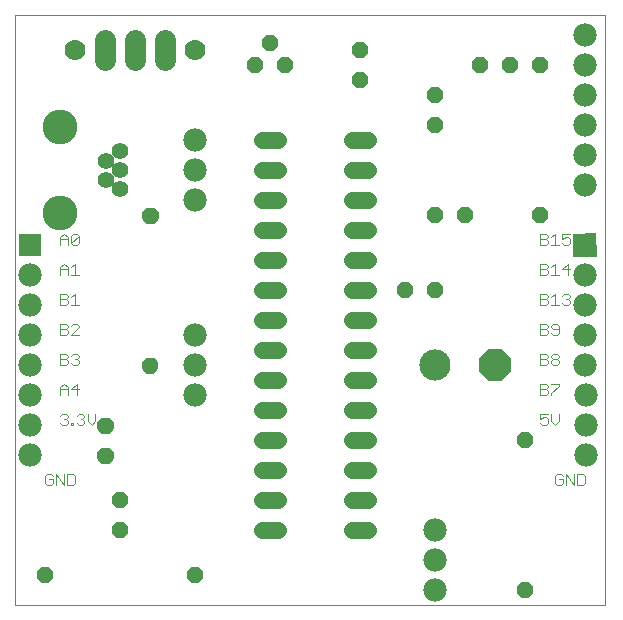
<source format=gbs>
G75*
%MOIN*%
%OFA0B0*%
%FSLAX25Y25*%
%IPPOS*%
%LPD*%
%AMOC8*
5,1,8,0,0,1.08239X$1,22.5*
%
%ADD10C,0.00000*%
%ADD11C,0.00300*%
%ADD12C,0.07800*%
%ADD13C,0.10400*%
%ADD14OC8,0.10400*%
%ADD15OC8,0.05600*%
%ADD16C,0.01120*%
%ADD17R,0.07800X0.07800*%
%ADD18R,0.07800X0.07800*%
%ADD19C,0.05600*%
%ADD20C,0.06896*%
%ADD21C,0.07000*%
%ADD22C,0.05550*%
%ADD23C,0.11620*%
D10*
X0001800Y0003300D02*
X0001800Y0200150D01*
X0198650Y0200150D01*
X0198650Y0003300D01*
X0001800Y0003300D01*
D11*
X0012567Y0043450D02*
X0011950Y0044067D01*
X0011950Y0046536D01*
X0012567Y0047153D01*
X0013802Y0047153D01*
X0014419Y0046536D01*
X0014419Y0045302D02*
X0013184Y0045302D01*
X0014419Y0045302D02*
X0014419Y0044067D01*
X0013802Y0043450D01*
X0012567Y0043450D01*
X0015633Y0043450D02*
X0015633Y0047153D01*
X0018102Y0043450D01*
X0018102Y0047153D01*
X0019316Y0047153D02*
X0021168Y0047153D01*
X0021785Y0046536D01*
X0021785Y0044067D01*
X0021168Y0043450D01*
X0019316Y0043450D01*
X0019316Y0047153D01*
X0018802Y0063450D02*
X0017567Y0063450D01*
X0016950Y0064067D01*
X0018184Y0065302D02*
X0018802Y0065302D01*
X0019419Y0064684D01*
X0019419Y0064067D01*
X0018802Y0063450D01*
X0020633Y0063450D02*
X0021250Y0063450D01*
X0021250Y0064067D01*
X0020633Y0064067D01*
X0020633Y0063450D01*
X0022475Y0064067D02*
X0023092Y0063450D01*
X0024326Y0063450D01*
X0024943Y0064067D01*
X0024943Y0064684D01*
X0024326Y0065302D01*
X0023709Y0065302D01*
X0024326Y0065302D02*
X0024943Y0065919D01*
X0024943Y0066536D01*
X0024326Y0067153D01*
X0023092Y0067153D01*
X0022475Y0066536D01*
X0019419Y0066536D02*
X0019419Y0065919D01*
X0018802Y0065302D01*
X0019419Y0066536D02*
X0018802Y0067153D01*
X0017567Y0067153D01*
X0016950Y0066536D01*
X0016950Y0073450D02*
X0016950Y0075919D01*
X0018184Y0077153D01*
X0019419Y0075919D01*
X0019419Y0073450D01*
X0019419Y0075302D02*
X0016950Y0075302D01*
X0020633Y0075302D02*
X0023102Y0075302D01*
X0022485Y0077153D02*
X0022485Y0073450D01*
X0020633Y0075302D02*
X0022485Y0077153D01*
X0022485Y0083450D02*
X0021250Y0083450D01*
X0020633Y0084067D01*
X0019419Y0084067D02*
X0019419Y0084684D01*
X0018802Y0085302D01*
X0016950Y0085302D01*
X0016950Y0087153D02*
X0016950Y0083450D01*
X0018802Y0083450D01*
X0019419Y0084067D01*
X0018802Y0085302D02*
X0019419Y0085919D01*
X0019419Y0086536D01*
X0018802Y0087153D01*
X0016950Y0087153D01*
X0020633Y0086536D02*
X0021250Y0087153D01*
X0022485Y0087153D01*
X0023102Y0086536D01*
X0023102Y0085919D01*
X0022485Y0085302D01*
X0023102Y0084684D01*
X0023102Y0084067D01*
X0022485Y0083450D01*
X0022485Y0085302D02*
X0021868Y0085302D01*
X0023102Y0093450D02*
X0020633Y0093450D01*
X0023102Y0095919D01*
X0023102Y0096536D01*
X0022485Y0097153D01*
X0021250Y0097153D01*
X0020633Y0096536D01*
X0019419Y0096536D02*
X0018802Y0097153D01*
X0016950Y0097153D01*
X0016950Y0093450D01*
X0018802Y0093450D01*
X0019419Y0094067D01*
X0019419Y0094684D01*
X0018802Y0095302D01*
X0016950Y0095302D01*
X0018802Y0095302D02*
X0019419Y0095919D01*
X0019419Y0096536D01*
X0018802Y0103450D02*
X0016950Y0103450D01*
X0016950Y0107153D01*
X0018802Y0107153D01*
X0019419Y0106536D01*
X0019419Y0105919D01*
X0018802Y0105302D01*
X0016950Y0105302D01*
X0018802Y0105302D02*
X0019419Y0104684D01*
X0019419Y0104067D01*
X0018802Y0103450D01*
X0020633Y0103450D02*
X0023102Y0103450D01*
X0021868Y0103450D02*
X0021868Y0107153D01*
X0020633Y0105919D01*
X0020633Y0113450D02*
X0023102Y0113450D01*
X0021868Y0113450D02*
X0021868Y0117153D01*
X0020633Y0115919D01*
X0019419Y0115919D02*
X0019419Y0113450D01*
X0019419Y0115302D02*
X0016950Y0115302D01*
X0016950Y0115919D02*
X0018184Y0117153D01*
X0019419Y0115919D01*
X0016950Y0115919D02*
X0016950Y0113450D01*
X0016950Y0123450D02*
X0016950Y0125919D01*
X0018184Y0127153D01*
X0019419Y0125919D01*
X0019419Y0123450D01*
X0020633Y0124067D02*
X0020633Y0126536D01*
X0021250Y0127153D01*
X0022485Y0127153D01*
X0023102Y0126536D01*
X0020633Y0124067D01*
X0021250Y0123450D01*
X0022485Y0123450D01*
X0023102Y0124067D01*
X0023102Y0126536D01*
X0019419Y0125302D02*
X0016950Y0125302D01*
X0026158Y0067153D02*
X0026158Y0064684D01*
X0027392Y0063450D01*
X0028627Y0064684D01*
X0028627Y0067153D01*
X0176950Y0067153D02*
X0176950Y0065302D01*
X0178184Y0065919D01*
X0178802Y0065919D01*
X0179419Y0065302D01*
X0179419Y0064067D01*
X0178802Y0063450D01*
X0177567Y0063450D01*
X0176950Y0064067D01*
X0176950Y0067153D02*
X0179419Y0067153D01*
X0180633Y0067153D02*
X0180633Y0064684D01*
X0181868Y0063450D01*
X0183102Y0064684D01*
X0183102Y0067153D01*
X0180633Y0073450D02*
X0180633Y0074067D01*
X0183102Y0076536D01*
X0183102Y0077153D01*
X0180633Y0077153D01*
X0179419Y0076536D02*
X0179419Y0075919D01*
X0178802Y0075302D01*
X0176950Y0075302D01*
X0176950Y0077153D02*
X0176950Y0073450D01*
X0178802Y0073450D01*
X0179419Y0074067D01*
X0179419Y0074684D01*
X0178802Y0075302D01*
X0179419Y0076536D02*
X0178802Y0077153D01*
X0176950Y0077153D01*
X0176950Y0083450D02*
X0178802Y0083450D01*
X0179419Y0084067D01*
X0179419Y0084684D01*
X0178802Y0085302D01*
X0176950Y0085302D01*
X0176950Y0087153D02*
X0176950Y0083450D01*
X0178802Y0085302D02*
X0179419Y0085919D01*
X0179419Y0086536D01*
X0178802Y0087153D01*
X0176950Y0087153D01*
X0180633Y0086536D02*
X0180633Y0085919D01*
X0181250Y0085302D01*
X0182485Y0085302D01*
X0183102Y0084684D01*
X0183102Y0084067D01*
X0182485Y0083450D01*
X0181250Y0083450D01*
X0180633Y0084067D01*
X0180633Y0084684D01*
X0181250Y0085302D01*
X0182485Y0085302D02*
X0183102Y0085919D01*
X0183102Y0086536D01*
X0182485Y0087153D01*
X0181250Y0087153D01*
X0180633Y0086536D01*
X0181250Y0093450D02*
X0182485Y0093450D01*
X0183102Y0094067D01*
X0183102Y0096536D01*
X0182485Y0097153D01*
X0181250Y0097153D01*
X0180633Y0096536D01*
X0180633Y0095919D01*
X0181250Y0095302D01*
X0183102Y0095302D01*
X0181250Y0093450D02*
X0180633Y0094067D01*
X0179419Y0094067D02*
X0179419Y0094684D01*
X0178802Y0095302D01*
X0176950Y0095302D01*
X0176950Y0097153D02*
X0176950Y0093450D01*
X0178802Y0093450D01*
X0179419Y0094067D01*
X0178802Y0095302D02*
X0179419Y0095919D01*
X0179419Y0096536D01*
X0178802Y0097153D01*
X0176950Y0097153D01*
X0176950Y0103450D02*
X0178802Y0103450D01*
X0179419Y0104067D01*
X0179419Y0104684D01*
X0178802Y0105302D01*
X0176950Y0105302D01*
X0176950Y0107153D02*
X0176950Y0103450D01*
X0178802Y0105302D02*
X0179419Y0105919D01*
X0179419Y0106536D01*
X0178802Y0107153D01*
X0176950Y0107153D01*
X0180633Y0105919D02*
X0181868Y0107153D01*
X0181868Y0103450D01*
X0183102Y0103450D02*
X0180633Y0103450D01*
X0184316Y0104067D02*
X0184933Y0103450D01*
X0186168Y0103450D01*
X0186785Y0104067D01*
X0186785Y0104684D01*
X0186168Y0105302D01*
X0185551Y0105302D01*
X0186168Y0105302D02*
X0186785Y0105919D01*
X0186785Y0106536D01*
X0186168Y0107153D01*
X0184933Y0107153D01*
X0184316Y0106536D01*
X0183102Y0113450D02*
X0180633Y0113450D01*
X0181868Y0113450D02*
X0181868Y0117153D01*
X0180633Y0115919D01*
X0179419Y0115919D02*
X0178802Y0115302D01*
X0176950Y0115302D01*
X0176950Y0117153D02*
X0176950Y0113450D01*
X0178802Y0113450D01*
X0179419Y0114067D01*
X0179419Y0114684D01*
X0178802Y0115302D01*
X0179419Y0115919D02*
X0179419Y0116536D01*
X0178802Y0117153D01*
X0176950Y0117153D01*
X0176950Y0123450D02*
X0178802Y0123450D01*
X0179419Y0124067D01*
X0179419Y0124684D01*
X0178802Y0125302D01*
X0176950Y0125302D01*
X0176950Y0127153D02*
X0176950Y0123450D01*
X0178802Y0125302D02*
X0179419Y0125919D01*
X0179419Y0126536D01*
X0178802Y0127153D01*
X0176950Y0127153D01*
X0180633Y0125919D02*
X0181868Y0127153D01*
X0181868Y0123450D01*
X0183102Y0123450D02*
X0180633Y0123450D01*
X0184316Y0124067D02*
X0184933Y0123450D01*
X0186168Y0123450D01*
X0186785Y0124067D01*
X0186785Y0125302D01*
X0186168Y0125919D01*
X0185551Y0125919D01*
X0184316Y0125302D01*
X0184316Y0127153D01*
X0186785Y0127153D01*
X0186168Y0117153D02*
X0184316Y0115302D01*
X0186785Y0115302D01*
X0186168Y0117153D02*
X0186168Y0113450D01*
X0185633Y0047153D02*
X0188102Y0043450D01*
X0188102Y0047153D01*
X0189316Y0047153D02*
X0191168Y0047153D01*
X0191785Y0046536D01*
X0191785Y0044067D01*
X0191168Y0043450D01*
X0189316Y0043450D01*
X0189316Y0047153D01*
X0185633Y0047153D02*
X0185633Y0043450D01*
X0184419Y0044067D02*
X0184419Y0045302D01*
X0183184Y0045302D01*
X0181950Y0046536D02*
X0181950Y0044067D01*
X0182567Y0043450D01*
X0183802Y0043450D01*
X0184419Y0044067D01*
X0184419Y0046536D02*
X0183802Y0047153D01*
X0182567Y0047153D01*
X0181950Y0046536D01*
D12*
X0192167Y0053301D03*
X0192114Y0063301D03*
X0192062Y0073301D03*
X0192009Y0083301D03*
X0191957Y0093300D03*
X0191905Y0103300D03*
X0191852Y0113300D03*
X0191800Y0143300D03*
X0191800Y0153300D03*
X0191800Y0163300D03*
X0191800Y0173300D03*
X0191800Y0183300D03*
X0191800Y0193300D03*
X0061800Y0158300D03*
X0061800Y0148300D03*
X0061800Y0138300D03*
X0061800Y0093300D03*
X0061800Y0083300D03*
X0061800Y0073300D03*
X0006800Y0073300D03*
X0006800Y0063300D03*
X0006800Y0053300D03*
X0006800Y0083300D03*
X0006800Y0093300D03*
X0006800Y0103300D03*
X0006800Y0113300D03*
X0141800Y0028300D03*
X0141800Y0018300D03*
X0141800Y0008300D03*
D13*
X0141800Y0083300D03*
D14*
X0161800Y0083300D03*
D15*
X0141800Y0108300D03*
X0131800Y0108300D03*
X0141800Y0133300D03*
X0151800Y0133300D03*
X0176800Y0133300D03*
X0141800Y0163300D03*
X0141800Y0173300D03*
X0156800Y0183300D03*
X0166800Y0183300D03*
X0176800Y0183300D03*
X0116800Y0178300D03*
X0116800Y0188300D03*
X0091800Y0183300D03*
X0086800Y0190800D03*
X0081800Y0183300D03*
X0171800Y0058300D03*
X0171800Y0008300D03*
X0061800Y0013300D03*
X0036800Y0028300D03*
X0036800Y0038300D03*
X0011800Y0013300D03*
D16*
X0031421Y0051622D02*
X0030861Y0051062D01*
X0029550Y0052377D01*
X0029553Y0054230D01*
X0030868Y0055541D01*
X0032721Y0055538D01*
X0034032Y0054223D01*
X0034029Y0052370D01*
X0032714Y0051059D01*
X0030861Y0051062D01*
X0031210Y0051902D01*
X0030390Y0052724D01*
X0030393Y0053881D01*
X0031215Y0054701D01*
X0032372Y0054698D01*
X0033192Y0053876D01*
X0033189Y0052719D01*
X0032367Y0051899D01*
X0031210Y0051902D01*
X0031560Y0052741D01*
X0031231Y0053070D01*
X0031232Y0053531D01*
X0031561Y0053860D01*
X0032022Y0053859D01*
X0032351Y0053530D01*
X0032350Y0053069D01*
X0032021Y0052740D01*
X0031560Y0052741D01*
X0031439Y0061622D02*
X0030879Y0061062D01*
X0029568Y0062377D01*
X0029571Y0064230D01*
X0030886Y0065541D01*
X0032739Y0065538D01*
X0034050Y0064223D01*
X0034047Y0062370D01*
X0032732Y0061059D01*
X0030879Y0061062D01*
X0031228Y0061902D01*
X0030408Y0062724D01*
X0030411Y0063881D01*
X0031233Y0064701D01*
X0032390Y0064698D01*
X0033210Y0063876D01*
X0033207Y0062719D01*
X0032385Y0061899D01*
X0031228Y0061902D01*
X0031578Y0062741D01*
X0031249Y0063070D01*
X0031250Y0063531D01*
X0031579Y0063860D01*
X0032040Y0063859D01*
X0032369Y0063530D01*
X0032368Y0063069D01*
X0032039Y0062740D01*
X0031578Y0062741D01*
X0047126Y0084978D02*
X0047686Y0085538D01*
X0048997Y0084223D01*
X0048994Y0082370D01*
X0047679Y0081059D01*
X0045826Y0081062D01*
X0044515Y0082377D01*
X0044518Y0084230D01*
X0045833Y0085541D01*
X0047686Y0085538D01*
X0047337Y0084698D01*
X0048157Y0083876D01*
X0048154Y0082719D01*
X0047332Y0081899D01*
X0046175Y0081902D01*
X0045355Y0082724D01*
X0045358Y0083881D01*
X0046180Y0084701D01*
X0047337Y0084698D01*
X0046987Y0083859D01*
X0047316Y0083530D01*
X0047315Y0083069D01*
X0046986Y0082740D01*
X0046525Y0082741D01*
X0046196Y0083070D01*
X0046197Y0083531D01*
X0046526Y0083860D01*
X0046987Y0083859D01*
X0047214Y0134978D02*
X0047774Y0135538D01*
X0049085Y0134223D01*
X0049082Y0132370D01*
X0047767Y0131059D01*
X0045914Y0131062D01*
X0044603Y0132377D01*
X0044606Y0134230D01*
X0045921Y0135541D01*
X0047774Y0135538D01*
X0047425Y0134698D01*
X0048245Y0133876D01*
X0048242Y0132719D01*
X0047420Y0131899D01*
X0046263Y0131902D01*
X0045443Y0132724D01*
X0045446Y0133881D01*
X0046268Y0134701D01*
X0047425Y0134698D01*
X0047075Y0133859D01*
X0047404Y0133530D01*
X0047403Y0133069D01*
X0047074Y0132740D01*
X0046613Y0132741D01*
X0046284Y0133070D01*
X0046285Y0133531D01*
X0046614Y0133860D01*
X0047075Y0133859D01*
D17*
X0006800Y0123300D03*
D18*
G36*
X0195720Y0119421D02*
X0187921Y0119380D01*
X0187880Y0127179D01*
X0195679Y0127220D01*
X0195720Y0119421D01*
G37*
D19*
X0119400Y0118300D02*
X0114200Y0118300D01*
X0114200Y0108300D02*
X0119400Y0108300D01*
X0119400Y0098300D02*
X0114200Y0098300D01*
X0114200Y0088300D02*
X0119400Y0088300D01*
X0119400Y0078300D02*
X0114200Y0078300D01*
X0114200Y0068300D02*
X0119400Y0068300D01*
X0119400Y0058300D02*
X0114200Y0058300D01*
X0114200Y0048300D02*
X0119400Y0048300D01*
X0119400Y0038300D02*
X0114200Y0038300D01*
X0114200Y0028300D02*
X0119400Y0028300D01*
X0089400Y0028300D02*
X0084200Y0028300D01*
X0084200Y0038300D02*
X0089400Y0038300D01*
X0089400Y0048300D02*
X0084200Y0048300D01*
X0084200Y0058300D02*
X0089400Y0058300D01*
X0089400Y0068300D02*
X0084200Y0068300D01*
X0084200Y0078300D02*
X0089400Y0078300D01*
X0089400Y0088300D02*
X0084200Y0088300D01*
X0084200Y0098300D02*
X0089400Y0098300D01*
X0089400Y0108300D02*
X0084200Y0108300D01*
X0084200Y0118300D02*
X0089400Y0118300D01*
X0089400Y0128300D02*
X0084200Y0128300D01*
X0084200Y0138300D02*
X0089400Y0138300D01*
X0089400Y0148300D02*
X0084200Y0148300D01*
X0084200Y0158300D02*
X0089400Y0158300D01*
X0114200Y0158300D02*
X0119400Y0158300D01*
X0119400Y0148300D02*
X0114200Y0148300D01*
X0114200Y0138300D02*
X0119400Y0138300D01*
X0119400Y0128300D02*
X0114200Y0128300D01*
D20*
X0051800Y0185052D02*
X0051800Y0191548D01*
X0041800Y0191548D02*
X0041800Y0185052D01*
X0031800Y0185052D02*
X0031800Y0191548D01*
D21*
X0021800Y0188300D03*
X0061800Y0188300D03*
D22*
X0036879Y0154599D03*
X0032154Y0151450D03*
X0036879Y0148300D03*
X0032154Y0145150D03*
X0036879Y0142001D03*
D23*
X0016800Y0133930D03*
X0016800Y0162670D03*
M02*

</source>
